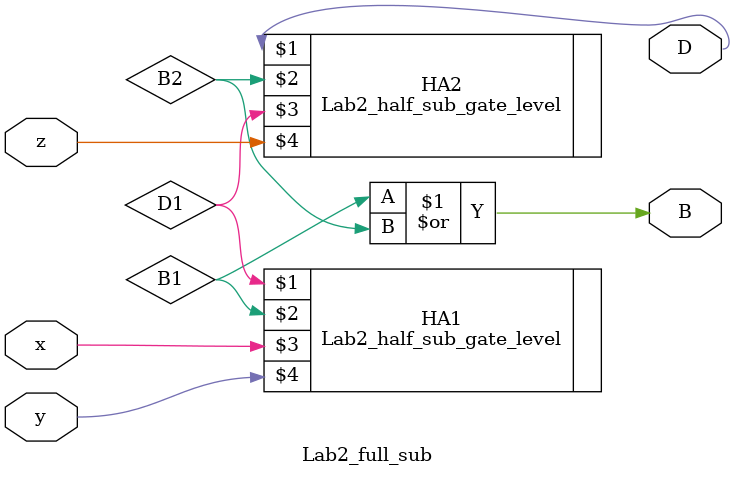
<source format=v>
module Lab2_full_sub(output D, B, input x, y, z);
	
	wire D1,B1,B2;

	Lab2_half_sub_gate_level HA1(D1 , B1 , x , y);
	Lab2_half_sub_gate_level HA2(D , B2 , D1 , z);
	or	G(B , B1 , B2);

endmodule
</source>
